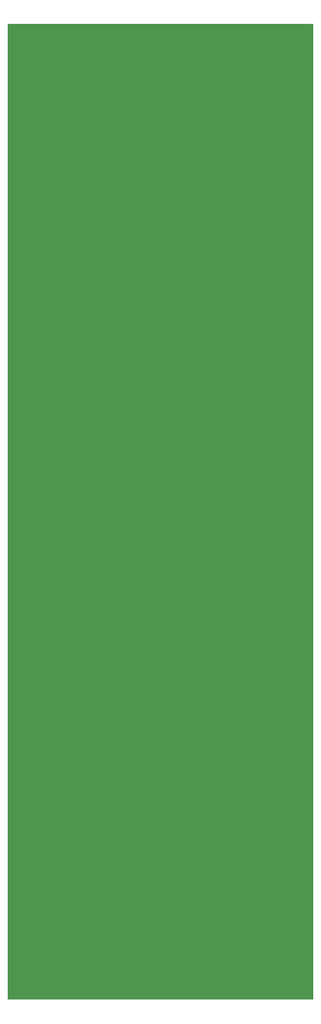
<source format=gtl>
G04 Layer_Physical_Order=1*
G04 Layer_Color=255*
%FSLAX43Y43*%
%MOMM*%
G71*
G01*
G75*
%ADD10R,40.140X128.000*%
%ADD11C,1.524*%
D10*
X210820Y318250D02*
D03*
D11*
X196088Y302031D02*
D03*
Y332031D02*
D03*
X220980Y292100D02*
D03*
X200660D02*
D03*
X219710Y340360D02*
D03*
X211910D02*
D03*
X200660Y279400D02*
D03*
X220980D02*
D03*
X201930Y361950D02*
D03*
X194130D02*
D03*
X210820Y379500D02*
D03*
X201930Y318770D02*
D03*
X194130D02*
D03*
X200660Y266700D02*
D03*
X220980D02*
D03*
X210820Y257000D02*
D03*
X222250Y361950D02*
D03*
M02*

</source>
